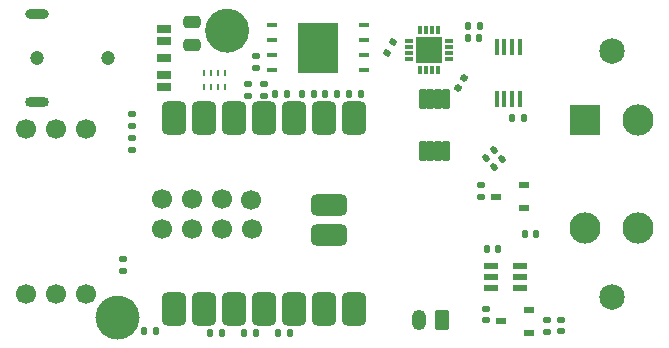
<source format=gbr>
%TF.GenerationSoftware,KiCad,Pcbnew,8.0.4*%
%TF.CreationDate,2025-03-23T22:29:41-04:00*%
%TF.ProjectId,wsg3.0,77736733-2e30-42e6-9b69-6361645f7063,rev?*%
%TF.SameCoordinates,Original*%
%TF.FileFunction,Soldermask,Top*%
%TF.FilePolarity,Negative*%
%FSLAX46Y46*%
G04 Gerber Fmt 4.6, Leading zero omitted, Abs format (unit mm)*
G04 Created by KiCad (PCBNEW 8.0.4) date 2025-03-23 22:29:41*
%MOMM*%
%LPD*%
G01*
G04 APERTURE LIST*
G04 Aperture macros list*
%AMRoundRect*
0 Rectangle with rounded corners*
0 $1 Rounding radius*
0 $2 $3 $4 $5 $6 $7 $8 $9 X,Y pos of 4 corners*
0 Add a 4 corners polygon primitive as box body*
4,1,4,$2,$3,$4,$5,$6,$7,$8,$9,$2,$3,0*
0 Add four circle primitives for the rounded corners*
1,1,$1+$1,$2,$3*
1,1,$1+$1,$4,$5*
1,1,$1+$1,$6,$7*
1,1,$1+$1,$8,$9*
0 Add four rect primitives between the rounded corners*
20,1,$1+$1,$2,$3,$4,$5,0*
20,1,$1+$1,$4,$5,$6,$7,0*
20,1,$1+$1,$6,$7,$8,$9,0*
20,1,$1+$1,$8,$9,$2,$3,0*%
G04 Aperture macros list end*
%ADD10C,1.875000*%
%ADD11R,0.850000X0.600000*%
%ADD12C,1.700000*%
%ADD13RoundRect,0.140000X-0.058955X0.212189X-0.219557X-0.017173X0.058955X-0.212189X0.219557X0.017173X0*%
%ADD14RoundRect,0.135000X0.135000X0.185000X-0.135000X0.185000X-0.135000X-0.185000X0.135000X-0.185000X0*%
%ADD15RoundRect,0.140000X-0.170000X0.140000X-0.170000X-0.140000X0.170000X-0.140000X0.170000X0.140000X0*%
%ADD16R,1.200000X0.600000*%
%ADD17RoundRect,0.135000X-0.185000X0.135000X-0.185000X-0.135000X0.185000X-0.135000X0.185000X0.135000X0*%
%ADD18RoundRect,0.140000X0.140000X0.170000X-0.140000X0.170000X-0.140000X-0.170000X0.140000X-0.170000X0*%
%ADD19RoundRect,0.250000X0.475000X-0.250000X0.475000X0.250000X-0.475000X0.250000X-0.475000X-0.250000X0*%
%ADD20RoundRect,0.102000X-0.215900X0.749300X-0.215900X-0.749300X0.215900X-0.749300X0.215900X0.749300X0*%
%ADD21C,2.160000*%
%ADD22R,2.640000X2.640000*%
%ADD23C,2.640000*%
%ADD24RoundRect,0.135000X-0.135000X-0.185000X0.135000X-0.185000X0.135000X0.185000X-0.135000X0.185000X0*%
%ADD25RoundRect,0.135000X-0.092715X0.209413X-0.227715X-0.024413X0.092715X-0.209413X0.227715X0.024413X0*%
%ADD26RoundRect,0.140000X-0.021213X0.219203X-0.219203X0.021213X0.021213X-0.219203X0.219203X-0.021213X0*%
%ADD27RoundRect,0.140000X-0.140000X-0.170000X0.140000X-0.170000X0.140000X0.170000X-0.140000X0.170000X0*%
%ADD28R,0.950000X0.450000*%
%ADD29R,3.450000X4.350000*%
%ADD30R,0.450000X1.400000*%
%ADD31RoundRect,0.140000X0.170000X-0.140000X0.170000X0.140000X-0.170000X0.140000X-0.170000X-0.140000X0*%
%ADD32R,0.260000X0.530000*%
%ADD33R,0.300000X0.800000*%
%ADD34R,0.800000X0.300000*%
%ADD35R,2.240000X2.240000*%
%ADD36RoundRect,0.250000X0.350000X0.625000X-0.350000X0.625000X-0.350000X-0.625000X0.350000X-0.625000X0*%
%ADD37O,1.200000X1.750000*%
%ADD38RoundRect,0.525400X0.525400X-0.900400X0.525400X0.900400X-0.525400X0.900400X-0.525400X-0.900400X0*%
%ADD39RoundRect,0.450400X-1.100400X-0.450400X1.100400X-0.450400X1.100400X0.450400X-1.100400X0.450400X0*%
%ADD40C,1.200000*%
%ADD41R,1.200000X0.750000*%
%ADD42O,2.000000X0.822200*%
%ADD43O,2.000000X0.898400*%
G04 APERTURE END LIST*
D10*
X19447750Y-2159127D02*
G75*
G02*
X17572750Y-2159127I-937500J0D01*
G01*
X17572750Y-2159127D02*
G75*
G02*
X19447750Y-2159127I937500J0D01*
G01*
X10168750Y-26447877D02*
G75*
G02*
X8293750Y-26447877I-937500J0D01*
G01*
X8293750Y-26447877D02*
G75*
G02*
X10168750Y-26447877I937500J0D01*
G01*
D11*
%TO.C,PS1*%
X44090000Y-27740000D03*
X44090000Y-25820000D03*
X41690000Y-26780000D03*
%TD*%
%TO.C,PS3*%
X43660000Y-17170000D03*
X43660000Y-15250000D03*
X41260000Y-16210000D03*
%TD*%
D12*
%TO.C,J3*%
X1480000Y-24490000D03*
X4020000Y-24490000D03*
X6560000Y-24490000D03*
X1480000Y-10490000D03*
X4020000Y-10490000D03*
X6560000Y-10490000D03*
%TD*%
D13*
%TO.C,C6*%
X38595317Y-6206807D03*
X38044683Y-6993193D03*
%TD*%
D14*
%TO.C,R8*%
X39890000Y-1750000D03*
X38870000Y-1750000D03*
%TD*%
D15*
%TO.C,C5*%
X46770000Y-26660000D03*
X46770000Y-27620000D03*
%TD*%
D16*
%TO.C,IC2*%
X43320000Y-23980000D03*
X43320000Y-23030000D03*
X43320000Y-22080000D03*
X40820000Y-22080000D03*
X40820000Y-23030000D03*
X40820000Y-23980000D03*
%TD*%
D17*
%TO.C,R13*%
X9720000Y-21490000D03*
X9720000Y-22510000D03*
%TD*%
D18*
%TO.C,C9*%
X44700000Y-19370000D03*
X43740000Y-19370000D03*
%TD*%
D19*
%TO.C,C8*%
X15520000Y-3340000D03*
X15520000Y-1440000D03*
%TD*%
D20*
%TO.C,U2*%
X37005200Y-7935600D03*
X36370200Y-7935600D03*
X35709800Y-7935600D03*
X35074800Y-7935600D03*
X35074800Y-12304400D03*
X35709800Y-12304400D03*
X36370200Y-12304400D03*
X37005200Y-12304400D03*
%TD*%
D21*
%TO.C,J1*%
X51073000Y-24724000D03*
X51073000Y-3894000D03*
D22*
X48850000Y-9750000D03*
D23*
X53300000Y-9750000D03*
X53300000Y-18870000D03*
X48850000Y-18870000D03*
%TD*%
D24*
%TO.C,R3*%
X24830000Y-7500000D03*
X25850000Y-7500000D03*
%TD*%
D25*
%TO.C,R14*%
X32525000Y-3158327D03*
X32015000Y-4041673D03*
%TD*%
D26*
%TO.C,C10*%
X41809411Y-13040589D03*
X41130589Y-13719411D03*
%TD*%
D27*
%TO.C,C2*%
X40510000Y-20650000D03*
X41470000Y-20650000D03*
%TD*%
D14*
%TO.C,R12*%
X20960000Y-27790000D03*
X19940000Y-27790000D03*
%TD*%
D28*
%TO.C,IC4*%
X22300000Y-1680000D03*
X22300000Y-2950000D03*
X22300000Y-4220000D03*
X22300000Y-5490000D03*
X30100000Y-5490000D03*
X30100000Y-4220000D03*
X30100000Y-2950000D03*
X30100000Y-1680000D03*
D29*
X26200000Y-3585000D03*
%TD*%
D30*
%TO.C,IC3*%
X41325000Y-7930000D03*
X41975000Y-7930000D03*
X42625000Y-7930000D03*
X43275000Y-7930000D03*
X43275000Y-3530000D03*
X42625000Y-3530000D03*
X41975000Y-3530000D03*
X41325000Y-3530000D03*
%TD*%
D24*
%TO.C,R4*%
X11480000Y-27550000D03*
X12500000Y-27550000D03*
%TD*%
D14*
%TO.C,R6*%
X43620000Y-9580000D03*
X42600000Y-9580000D03*
%TD*%
D31*
%TO.C,C7*%
X40020000Y-16210000D03*
X40020000Y-15250000D03*
%TD*%
D26*
%TO.C,C11*%
X41079411Y-12250589D03*
X40400589Y-12929411D03*
%TD*%
D27*
%TO.C,C1*%
X38880000Y-2810000D03*
X39840000Y-2810000D03*
%TD*%
D17*
%TO.C,R10*%
X10430000Y-9180000D03*
X10430000Y-10200000D03*
%TD*%
D14*
%TO.C,R2*%
X29860000Y-7500000D03*
X28840000Y-7500000D03*
%TD*%
%TO.C,R7*%
X23820000Y-27790000D03*
X22800000Y-27790000D03*
%TD*%
D24*
%TO.C,R1*%
X26820000Y-7490000D03*
X27840000Y-7490000D03*
%TD*%
D17*
%TO.C,R11*%
X10430000Y-11260000D03*
X10430000Y-12280000D03*
%TD*%
D15*
%TO.C,C4*%
X45630000Y-26670000D03*
X45630000Y-27630000D03*
%TD*%
D32*
%TO.C,PS2*%
X18310000Y-5720000D03*
X17710000Y-5720000D03*
X17110000Y-5720000D03*
X16510000Y-5720000D03*
X16510000Y-6920000D03*
X17110000Y-6920000D03*
X17710000Y-6920000D03*
X18310000Y-6920000D03*
%TD*%
D17*
%TO.C,R16*%
X20990000Y-4280000D03*
X20990000Y-5300000D03*
%TD*%
D33*
%TO.C,IC1*%
X34850000Y-5490000D03*
X35350000Y-5490000D03*
X35850000Y-5490000D03*
X36350000Y-5490000D03*
D34*
X37300000Y-4540000D03*
X37300000Y-4040000D03*
X37300000Y-3540000D03*
X37300000Y-3040000D03*
D33*
X36350000Y-2090000D03*
X35850000Y-2090000D03*
X35350000Y-2090000D03*
X34850000Y-2090000D03*
D34*
X33900000Y-3040000D03*
X33900000Y-3540000D03*
X33900000Y-4040000D03*
X33900000Y-4540000D03*
D35*
X35600000Y-3790000D03*
%TD*%
D31*
%TO.C,C3*%
X40460000Y-26680000D03*
X40460000Y-25720000D03*
%TD*%
D36*
%TO.C,J4*%
X36740000Y-26670000D03*
D37*
X34740000Y-26670000D03*
%TD*%
D38*
%TO.C,U1*%
X14010000Y-25730000D03*
X16550000Y-25730000D03*
X19090000Y-25730000D03*
X21630000Y-25730000D03*
X24170000Y-25730000D03*
X26710000Y-25730000D03*
X29250000Y-25730000D03*
X29250000Y-9565000D03*
X26710000Y-9565000D03*
X24170000Y-9565000D03*
X21630000Y-9565000D03*
X19090000Y-9565000D03*
X16550000Y-9565000D03*
X14028500Y-9565000D03*
D39*
X27161700Y-16916400D03*
X27161700Y-19456400D03*
D12*
X12988500Y-18948400D03*
X13016500Y-16408400D03*
X15528500Y-18948400D03*
X15528500Y-16408400D03*
X18068500Y-18948400D03*
X18068500Y-16408400D03*
X20608500Y-18948400D03*
X20551700Y-16501000D03*
%TD*%
D17*
%TO.C,R17*%
X21610000Y-6710000D03*
X21610000Y-7730000D03*
%TD*%
D40*
%TO.C,J2*%
X2440000Y-4470000D03*
X8440000Y-4470000D03*
D41*
X13140000Y-2020000D03*
X13140000Y-5920000D03*
X13140000Y-4470000D03*
X13140000Y-6920000D03*
X13140000Y-3020000D03*
D42*
X2440000Y-720000D03*
D43*
X2440000Y-8220000D03*
%TD*%
D17*
%TO.C,R19*%
X20260000Y-6690000D03*
X20260000Y-7710000D03*
%TD*%
D14*
%TO.C,R5*%
X18090000Y-27790000D03*
X17070000Y-27790000D03*
%TD*%
%TO.C,R18*%
X23610000Y-7540000D03*
X22590000Y-7540000D03*
%TD*%
M02*

</source>
